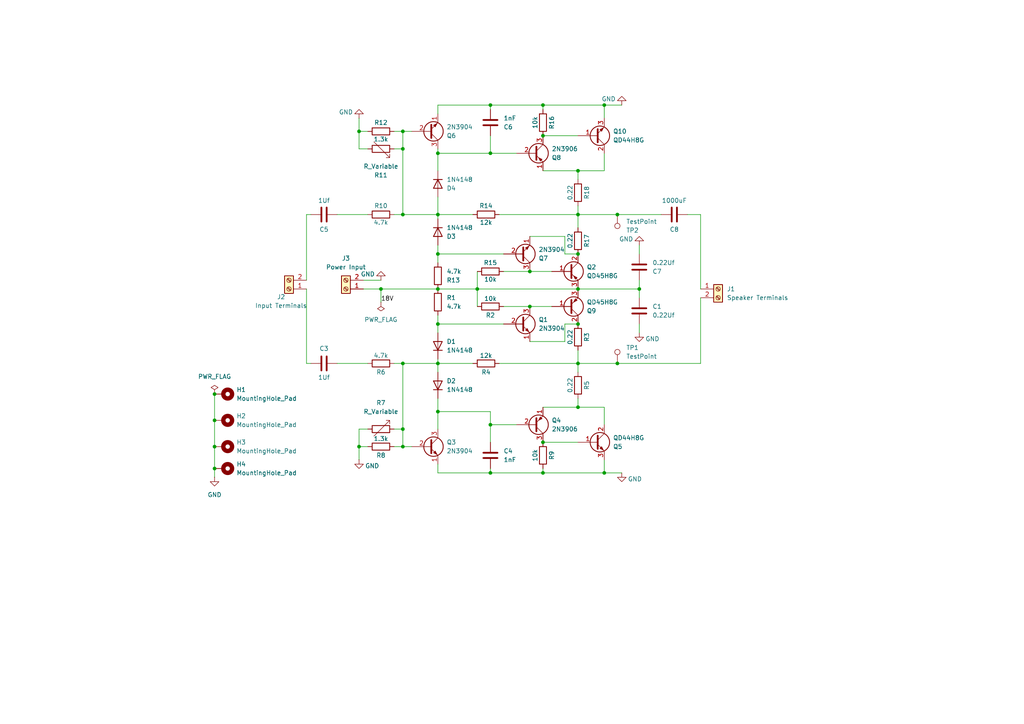
<source format=kicad_sch>
(kicad_sch (version 20231120) (generator "eeschema") (generator_version "8.0")
  (paper "A4")
  (lib_symbols
    (symbol "2N3904_1" (pin_names (offset 0) hide)
      (property "Reference" "Q10" (at 5.08 -1.2701 0))
      (property "Value" "QD44H8G" (at 5.08 1.2699 0))
      (symbol "2N3904_1_0_1"
        (polyline (pts (xy 0.635 0.635) (xy 2.54 2.54)))
        (polyline (pts (xy 0.635 -0.635) (xy 2.54 -2.54) (xy 2.54 -2.54)))
        (polyline (pts (xy 0.635 1.905) (xy 0.635 -1.905) (xy 0.635 -1.905)) (stroke (width 0.508)))
        (polyline (pts (xy 1.27 -1.778) (xy 1.778 -1.27) (xy 2.286 -2.286) (xy 1.27 -1.778) (xy 1.27 -1.778)) (fill (type outline)))
        (circle (center 1.27 0) (radius 2.8194) (stroke (width 0.254)))
      )
      (symbol "2N3904_1_1_1"
        (pin passive line (at -5.08 0 0) (length 5.715) (name "B") (number "1"))
        (pin passive line (at 2.54 5.08 270) (length 2.54) (name "C") (number "2"))
        (pin passive line (at 2.54 -5.08 90) (length 2.54) (name "E") (number "3"))
      )
    )
    (symbol "2N3906_1" (pin_names (offset 0) hide)
      (property "Reference" "Q2" (at 5.08 1.2701 0))
      (property "Value" "QD45H8G" (at 5.08 -1.2699 0))
      (symbol "2N3906_1_0_1"
        (polyline (pts (xy 0.635 0.635) (xy 2.54 2.54)))
        (polyline (pts (xy 0.635 -0.635) (xy 2.54 -2.54) (xy 2.54 -2.54)))
        (polyline (pts (xy 0.635 1.905) (xy 0.635 -1.905) (xy 0.635 -1.905)) (stroke (width 0.508)))
        (polyline (pts (xy 2.286 -1.778) (xy 1.778 -2.286) (xy 1.27 -1.27) (xy 2.286 -1.778) (xy 2.286 -1.778)) (fill (type outline)))
        (circle (center 1.27 0) (radius 2.8194) (stroke (width 0.254)))
      )
      (symbol "2N3906_1_1_1"
        (pin input line (at -5.08 0 0) (length 5.715) (name "B") (number "1"))
        (pin passive line (at 2.54 5.08 270) (length 2.54) (name "C") (number "2"))
        (pin passive line (at 2.54 -5.08 90) (length 2.54) (name "E") (number "3"))
      )
    )
    (symbol "Connector:Screw_Terminal_01x02" (pin_names (offset 1.016) hide)
      (property "Reference" "J" (at 0 2.54 0))
      (property "Value" "Screw_Terminal_01x02" (at 0 -5.08 0))
      (symbol "Screw_Terminal_01x02_1_1"
        (rectangle (start -1.27 1.27) (end 1.27 -3.81) (stroke (width 0.254)) (fill (type background)))
        (circle (center 0 -2.54) (radius 0.635) (stroke (width 0.1524)))
        (polyline (pts (xy -0.5334 -2.2098) (xy 0.3302 -3.048)) (stroke (width 0.1524)))
        (polyline (pts (xy -0.5334 0.3302) (xy 0.3302 -0.508)) (stroke (width 0.1524)))
        (polyline (pts (xy -0.3556 -2.032) (xy 0.508 -2.8702)) (stroke (width 0.1524)))
        (polyline (pts (xy -0.3556 0.508) (xy 0.508 -0.3302)) (stroke (width 0.1524)))
        (circle (center 0 0) (radius 0.635) (stroke (width 0.1524)))
        (pin passive line (at -5.08 0 0) (length 3.81) (name "Pin_1") (number "1"))
        (pin passive line (at -5.08 -2.54 0) (length 3.81) (name "Pin_2") (number "2"))
      )
    )
    (symbol "Connector:TestPoint" (pin_numbers hide) (pin_names (offset 0.762) hide)
      (property "Reference" "TP" (at 0 6.858 0))
      (property "Value" "TestPoint" (at 0 5.08 0))
      (symbol "TestPoint_0_1"
        (circle (center 0 3.302) (radius 0.762))
      )
      (symbol "TestPoint_1_1"
        (pin passive line (at 0 0 90) (length 2.54) (name "1") (number "1"))
      )
    )
    (symbol "Device:C" (pin_numbers hide) (pin_names (offset 0.254))
      (property "Reference" "C" (at 0.635 2.54 0))
      (property "Value" "C" (at 0.635 -2.54 0))
      (symbol "C_0_1"
        (polyline (pts (xy -2.032 -0.762) (xy 2.032 -0.762)) (stroke (width 0.508)))
        (polyline (pts (xy -2.032 0.762) (xy 2.032 0.762)) (stroke (width 0.508)))
      )
      (symbol "C_1_1"
        (pin passive line (at 0 3.81 270) (length 2.794) (name "~") (number "1"))
        (pin passive line (at 0 -3.81 90) (length 2.794) (name "~") (number "2"))
      )
    )
    (symbol "Device:R" (pin_numbers hide) (pin_names (offset 0))
      (property "Reference" "R" (at 2.032 0 90))
      (property "Value" "R" (at 0 0 90))
      (symbol "R_0_1"
        (rectangle (start -1.016 -2.54) (end 1.016 2.54) (stroke (width 0.254)))
      )
      (symbol "R_1_1"
        (pin passive line (at 0 3.81 270) (length 1.27) (name "~") (number "1"))
        (pin passive line (at 0 -3.81 90) (length 1.27) (name "~") (number "2"))
      )
    )
    (symbol "Device:R_Variable" (pin_numbers hide) (pin_names (offset 0))
      (property "Reference" "R" (at 2.54 -2.54 90))
      (property "Value" "R_Variable" (at -2.54 -1.27 90))
      (symbol "R_Variable_0_1"
        (rectangle (start -1.016 -2.54) (end 1.016 2.54) (stroke (width 0.254)))
        (polyline (pts (xy 2.54 1.524) (xy 2.54 2.54) (xy 1.524 2.54) (xy 2.54 2.54) (xy -2.032 -2.032)))
      )
      (symbol "R_Variable_1_1"
        (pin passive line (at 0 3.81 270) (length 1.27) (name "~") (number "1"))
        (pin passive line (at 0 -3.81 90) (length 1.27) (name "~") (number "2"))
      )
    )
    (symbol "Diode:1N4148" (pin_numbers hide) (pin_names hide)
      (property "Reference" "D" (at 0 2.54 0))
      (property "Value" "1N4148" (at 0 -2.54 0))
      (symbol "1N4148_0_1"
        (polyline (pts (xy -1.27 1.27) (xy -1.27 -1.27)) (stroke (width 0.254)))
        (polyline (pts (xy 1.27 0) (xy -1.27 0)))
        (polyline (pts (xy 1.27 1.27) (xy 1.27 -1.27) (xy -1.27 0) (xy 1.27 1.27)) (stroke (width 0.254)))
      )
      (symbol "1N4148_1_1"
        (pin passive line (at -3.81 0 0) (length 2.54) (name "K") (number "1"))
        (pin passive line (at 3.81 0 180) (length 2.54) (name "A") (number "2"))
      )
    )
    (symbol "Mechanical:MountingHole_Pad" (pin_numbers hide) (pin_names (offset 1.016) hide) (exclude_from_sim yes) (in_bom no)
      (property "Reference" "H" (at 0 6.35 0))
      (property "Value" "MountingHole_Pad" (at 0 4.445 0))
      (symbol "MountingHole_Pad_0_1"
        (circle (center 0 1.27) (radius 1.27) (stroke (width 1.27)))
      )
      (symbol "MountingHole_Pad_1_1"
        (pin input line (at 0 -2.54 90) (length 2.54) (name "1") (number "1"))
      )
    )
    (symbol "Transistor_BJT:2N3904" (pin_names (offset 0) hide)
      (property "Reference" "Q" (at 5.08 1.905 0))
      (property "Value" "2N3904" (at 5.08 0 0))
      (symbol "2N3904_0_1"
        (polyline (pts (xy 0.635 0.635) (xy 2.54 2.54)))
        (polyline (pts (xy 0.635 -0.635) (xy 2.54 -2.54) (xy 2.54 -2.54)))
        (polyline (pts (xy 0.635 1.905) (xy 0.635 -1.905) (xy 0.635 -1.905)) (stroke (width 0.508)))
        (polyline (pts (xy 1.27 -1.778) (xy 1.778 -1.27) (xy 2.286 -2.286) (xy 1.27 -1.778) (xy 1.27 -1.778)) (fill (type outline)))
        (circle (center 1.27 0) (radius 2.8194) (stroke (width 0.254)))
      )
      (symbol "2N3904_1_1"
        (pin passive line (at 2.54 -5.08 90) (length 2.54) (name "E") (number "1"))
        (pin passive line (at -5.08 0 0) (length 5.715) (name "B") (number "2"))
        (pin passive line (at 2.54 5.08 270) (length 2.54) (name "C") (number "3"))
      )
    )
    (symbol "Transistor_BJT:2N3906" (pin_names (offset 0) hide)
      (property "Reference" "Q" (at 5.08 1.905 0))
      (property "Value" "2N3906" (at 5.08 0 0))
      (symbol "2N3906_0_1"
        (polyline (pts (xy 0.635 0.635) (xy 2.54 2.54)))
        (polyline (pts (xy 0.635 -0.635) (xy 2.54 -2.54) (xy 2.54 -2.54)))
        (polyline (pts (xy 0.635 1.905) (xy 0.635 -1.905) (xy 0.635 -1.905)) (stroke (width 0.508)))
        (polyline (pts (xy 2.286 -1.778) (xy 1.778 -2.286) (xy 1.27 -1.27) (xy 2.286 -1.778) (xy 2.286 -1.778)) (fill (type outline)))
        (circle (center 1.27 0) (radius 2.8194) (stroke (width 0.254)))
      )
      (symbol "2N3906_1_1"
        (pin passive line (at 2.54 -5.08 90) (length 2.54) (name "E") (number "1"))
        (pin input line (at -5.08 0 0) (length 5.715) (name "B") (number "2"))
        (pin passive line (at 2.54 5.08 270) (length 2.54) (name "C") (number "3"))
      )
    )
    (symbol "power:GND" (power) (pin_numbers hide) (pin_names (offset 0) hide)
      (property "Value" "GND" (at 0 -3.81 0))
      (symbol "GND_0_1"
        (polyline (pts (xy 0 0) (xy 0 -1.27) (xy 1.27 -1.27) (xy 0 -2.54) (xy -1.27 -1.27) (xy 0 -1.27)))
      )
      (symbol "GND_1_1"
        (pin power_in line (at 0 0 270) (length 0) (name "~") (number "1"))
      )
    )
    (symbol "power:PWR_FLAG" (power) (pin_numbers hide) (pin_names (offset 0) hide)
      (property "Value" "PWR_FLAG" (at 0 3.81 0))
      (symbol "PWR_FLAG_0_0"
        (pin power_out line (at 0 0 90) (length 0) (name "~") (number "1"))
      )
      (symbol "PWR_FLAG_0_1"
        (polyline (pts (xy 0 0) (xy 0 1.27) (xy -1.016 1.905) (xy 0 2.54) (xy 1.016 1.905) (xy 0 1.27)))
      )
    )
  )
  (junction (at 116.84 62.23))
  (junction (at 116.84 43.18))
  (junction (at 142.24 137.16))
  (junction (at 179.07 62.23))
  (junction (at 127 119.38))
  (junction (at 116.84 38.1))
  (junction (at 62.23 129.54))
  (junction (at 116.84 129.54))
  (junction (at 153.67 78.74))
  (junction (at 142.24 123.19))
  (junction (at 127 105.41))
  (junction (at 62.23 135.89))
  (junction (at 167.64 73.66))
  (junction (at 104.14 38.1))
  (junction (at 157.48 30.48))
  (junction (at 153.67 88.9))
  (junction (at 127 73.66))
  (junction (at 157.48 39.37))
  (junction (at 127 83.82))
  (junction (at 167.64 49.53))
  (junction (at 127 62.23))
  (junction (at 157.48 137.16))
  (junction (at 62.23 114.3))
  (junction (at 127 93.98))
  (junction (at 167.64 83.82))
  (junction (at 167.64 62.23))
  (junction (at 104.14 129.54))
  (junction (at 142.24 44.45))
  (junction (at 157.48 128.27))
  (junction (at 179.07 105.41))
  (junction (at 62.23 121.92))
  (junction (at 116.84 124.46))
  (junction (at 167.64 93.98))
  (junction (at 175.26 30.48))
  (junction (at 167.64 105.41))
  (junction (at 138.43 83.82))
  (junction (at 185.42 83.82))
  (junction (at 127 44.45))
  (junction (at 142.24 30.48))
  (junction (at 110.49 83.82))
  (junction (at 175.26 137.16))
  (junction (at 116.84 105.41))
  (junction (at 167.64 118.11))
  (wire (pts (xy 104.14 38.1) (xy 104.14 34.29)))
  (wire (pts (xy 116.84 38.1) (xy 116.84 43.18)))
  (wire (pts (xy 116.84 62.23) (xy 116.84 43.18)))
  (wire (pts (xy 106.68 38.1) (xy 104.14 38.1)))
  (wire (pts (xy 175.26 133.35) (xy 175.26 137.16)))
  (wire (pts (xy 127 83.82) (xy 138.43 83.82)))
  (wire (pts (xy 146.05 88.9) (xy 153.67 88.9)))
  (wire (pts (xy 167.64 93.98) (xy 163.83 93.98)))
  (wire (pts (xy 144.78 62.23) (xy 167.64 62.23)))
  (wire (pts (xy 105.41 83.82) (xy 110.49 83.82)))
  (wire (pts (xy 142.24 135.89) (xy 142.24 137.16)))
  (wire (pts (xy 167.64 62.23) (xy 179.07 62.23)))
  (wire (pts (xy 167.64 118.11) (xy 175.26 118.11)))
  (wire (pts (xy 167.64 83.82) (xy 185.42 83.82)))
  (wire (pts (xy 142.24 123.19) (xy 142.24 128.27)))
  (wire (pts (xy 116.84 129.54) (xy 116.84 124.46)))
  (wire (pts (xy 114.3 129.54) (xy 116.84 129.54)))
  (wire (pts (xy 110.49 83.82) (xy 127 83.82)))
  (wire (pts (xy 114.3 62.23) (xy 116.84 62.23)))
  (wire (pts (xy 167.64 62.23) (xy 167.64 59.69)))
  (wire (pts (xy 146.05 78.74) (xy 153.67 78.74)))
  (wire (pts (xy 114.3 43.18) (xy 116.84 43.18)))
  (wire (pts (xy 127 76.2) (xy 127 73.66)))
  (wire (pts (xy 127 73.66) (xy 127 71.12)))
  (wire (pts (xy 106.68 43.18) (xy 104.14 43.18)))
  (wire (pts (xy 175.26 118.11) (xy 175.26 123.19)))
  (wire (pts (xy 127 49.53) (xy 127 44.45)))
  (wire (pts (xy 127 105.41) (xy 127 107.95)))
  (wire (pts (xy 142.24 44.45) (xy 149.86 44.45)))
  (wire (pts (xy 104.14 43.18) (xy 104.14 38.1)))
  (wire (pts (xy 127 105.41) (xy 127 104.14)))
  (wire (pts (xy 163.83 93.98) (xy 163.83 99.06)))
  (wire (pts (xy 153.67 68.58) (xy 163.83 68.58)))
  (wire (pts (xy 127 44.45) (xy 142.24 44.45)))
  (wire (pts (xy 104.14 124.46) (xy 104.14 129.54)))
  (wire (pts (xy 127 44.45) (xy 127 43.18)))
  (wire (pts (xy 138.43 83.82) (xy 138.43 88.9)))
  (wire (pts (xy 142.24 30.48) (xy 157.48 30.48)))
  (wire (pts (xy 167.64 73.66) (xy 163.83 73.66)))
  (wire (pts (xy 116.84 129.54) (xy 119.38 129.54)))
  (wire (pts (xy 106.68 124.46) (xy 104.14 124.46)))
  (wire (pts (xy 137.16 105.41) (xy 127 105.41)))
  (wire (pts (xy 142.24 137.16) (xy 157.48 137.16)))
  (wire (pts (xy 127 119.38) (xy 127 124.46)))
  (wire (pts (xy 114.3 38.1) (xy 116.84 38.1)))
  (wire (pts (xy 137.16 62.23) (xy 127 62.23)))
  (wire (pts (xy 203.2 86.36) (xy 203.2 105.41)))
  (wire (pts (xy 167.64 52.07) (xy 167.64 49.53)))
  (wire (pts (xy 88.9 105.41) (xy 90.17 105.41)))
  (wire (pts (xy 106.68 129.54) (xy 104.14 129.54)))
  (wire (pts (xy 127 91.44) (xy 127 93.98)))
  (wire (pts (xy 179.07 62.23) (xy 191.77 62.23)))
  (wire (pts (xy 157.48 30.48) (xy 175.26 30.48)))
  (wire (pts (xy 114.3 124.46) (xy 116.84 124.46)))
  (wire (pts (xy 62.23 129.54) (xy 62.23 135.89)))
  (wire (pts (xy 199.39 62.23) (xy 203.2 62.23)))
  (wire (pts (xy 116.84 38.1) (xy 119.38 38.1)))
  (wire (pts (xy 167.64 105.41) (xy 179.07 105.41)))
  (wire (pts (xy 175.26 137.16) (xy 180.34 137.16)))
  (wire (pts (xy 153.67 88.9) (xy 160.02 88.9)))
  (wire (pts (xy 62.23 135.89) (xy 62.23 138.43)))
  (wire (pts (xy 153.67 78.74) (xy 160.02 78.74)))
  (wire (pts (xy 127 93.98) (xy 127 96.52)))
  (wire (pts (xy 157.48 118.11) (xy 167.64 118.11)))
  (wire (pts (xy 97.79 62.23) (xy 106.68 62.23)))
  (wire (pts (xy 114.3 105.41) (xy 116.84 105.41)))
  (wire (pts (xy 127 33.02) (xy 127 30.48)))
  (wire (pts (xy 175.26 34.29) (xy 175.26 30.48)))
  (wire (pts (xy 97.79 105.41) (xy 106.68 105.41)))
  (wire (pts (xy 157.48 135.89) (xy 157.48 137.16)))
  (wire (pts (xy 104.14 129.54) (xy 104.14 133.35)))
  (wire (pts (xy 203.2 62.23) (xy 203.2 83.82)))
  (wire (pts (xy 127 62.23) (xy 127 63.5)))
  (wire (pts (xy 127 62.23) (xy 127 57.15)))
  (wire (pts (xy 88.9 62.23) (xy 88.9 81.28)))
  (wire (pts (xy 138.43 83.82) (xy 167.64 83.82)))
  (wire (pts (xy 175.26 49.53) (xy 175.26 44.45)))
  (wire (pts (xy 185.42 83.82) (xy 185.42 81.28)))
  (wire (pts (xy 142.24 44.45) (xy 142.24 39.37)))
  (wire (pts (xy 167.64 115.57) (xy 167.64 118.11)))
  (wire (pts (xy 185.42 93.98) (xy 185.42 96.52)))
  (wire (pts (xy 167.64 49.53) (xy 175.26 49.53)))
  (wire (pts (xy 157.48 128.27) (xy 167.64 128.27)))
  (wire (pts (xy 185.42 83.82) (xy 185.42 86.36)))
  (wire (pts (xy 185.42 71.12) (xy 185.42 73.66)))
  (wire (pts (xy 116.84 62.23) (xy 127 62.23)))
  (wire (pts (xy 127 93.98) (xy 146.05 93.98)))
  (wire (pts (xy 116.84 105.41) (xy 116.84 124.46)))
  (wire (pts (xy 62.23 114.3) (xy 62.23 121.92)))
  (wire (pts (xy 179.07 105.41) (xy 203.2 105.41)))
  (wire (pts (xy 175.26 30.48) (xy 180.34 30.48)))
  (wire (pts (xy 127 119.38) (xy 142.24 119.38)))
  (wire (pts (xy 167.64 105.41) (xy 167.64 107.95)))
  (wire (pts (xy 127 115.57) (xy 127 119.38)))
  (wire (pts (xy 127 73.66) (xy 146.05 73.66)))
  (wire (pts (xy 142.24 119.38) (xy 142.24 123.19)))
  (wire (pts (xy 127 134.62) (xy 127 137.16)))
  (wire (pts (xy 142.24 31.75) (xy 142.24 30.48)))
  (wire (pts (xy 127 137.16) (xy 142.24 137.16)))
  (wire (pts (xy 127 30.48) (xy 142.24 30.48)))
  (wire (pts (xy 157.48 137.16) (xy 175.26 137.16)))
  (wire (pts (xy 157.48 49.53) (xy 167.64 49.53)))
  (wire (pts (xy 153.67 99.06) (xy 163.83 99.06)))
  (wire (pts (xy 110.49 83.82) (xy 110.49 87.63)))
  (wire (pts (xy 88.9 83.82) (xy 88.9 105.41)))
  (wire (pts (xy 167.64 105.41) (xy 167.64 101.6)))
  (wire (pts (xy 105.41 81.28) (xy 110.49 81.28)))
  (wire (pts (xy 157.48 31.75) (xy 157.48 30.48)))
  (wire (pts (xy 144.78 105.41) (xy 167.64 105.41)))
  (wire (pts (xy 138.43 83.82) (xy 138.43 78.74)))
  (wire (pts (xy 88.9 62.23) (xy 90.17 62.23)))
  (wire (pts (xy 116.84 105.41) (xy 127 105.41)))
  (wire (pts (xy 62.23 121.92) (xy 62.23 129.54)))
  (wire (pts (xy 167.64 62.23) (xy 167.64 66.04)))
  (wire (pts (xy 142.24 123.19) (xy 149.86 123.19)))
  (wire (pts (xy 163.83 73.66) (xy 163.83 68.58)))
  (wire (pts (xy 157.48 39.37) (xy 167.64 39.37)))
  (label "18V" (at 110.49 87.63 0))
  (symbol (lib_name "2N3904_1") (lib_id "Transistor_BJT:2N3904") (at 172.72 128.27 0) (unit 1)
    (property "Reference" "Q5" (at 177.8 129.5401 0) (effects (justify left)))
    (property "Value" "QD44H8G" (at 177.8 127.0001 0) (effects (justify left)))
    (property "Footprint" "Package_TO_SOT_THT:TO-220-3_Vertical" (effects (hide yes)))
    (property "Datasheet" "https://www.onsemi.com/pub/Collateral/2N3903-D.PDF" (effects (hide yes)))
    (property "Description" "0.2A Ic, 40V Vce, Small Signal NPN Transistor, TO-92" (effects (hide yes)))
  )
  (symbol (lib_id "Device:C") (at 185.42 77.47 0) (mirror x) (unit 1)
    (property "Reference" "C7" (at 189.23 78.7401 0) (effects (justify left)))
    (property "Value" "0.22Uf" (at 189.23 76.2001 0) (effects (justify left)))
    (property "Footprint" "Capacitor_THT:CP_Radial_D4.0mm_P1.50mm" (effects (hide yes)))
    (property "Description" "Unpolarized capacitor" (effects (hide yes)))
  )
  (symbol (lib_id "Device:R") (at 167.64 55.88 0) (mirror x) (unit 1)
    (property "Reference" "R18" (at 170.18 55.88 90))
    (property "Value" "0.22" (at 165.354 55.88 90))
    (property "Footprint" "Resistor_THT:R_Axial_DIN0204_L3.6mm_D1.6mm_P5.08mm_Horizontal" (effects (hide yes)))
    (property "Description" "Resistor" (effects (hide yes)))
  )
  (symbol (lib_id "Device:R") (at 140.97 62.23 270) (mirror x) (unit 1)
    (property "Reference" "R14" (at 140.97 59.69 90))
    (property "Value" "12k" (at 140.97 64.516 90))
    (property "Footprint" "Resistor_THT:R_Axial_DIN0204_L3.6mm_D1.6mm_P5.08mm_Horizontal" (effects (hide yes)))
    (property "Description" "Resistor" (effects (hide yes)))
  )
  (symbol (lib_id "power:GND") (at 180.34 30.48 180) (unit 1)
    (property "Reference" "#PWR05" (effects (hide yes)))
    (property "Value" "GND" (at 176.53 28.702 0))
    (property "Description" "Power symbol creates a global label with name \"GND\" , ground" (effects (hide yes)))
  )
  (symbol (lib_id "Device:R") (at 142.24 88.9 270) (unit 1)
    (property "Reference" "R2" (at 142.24 91.44 90))
    (property "Value" "10k" (at 142.24 86.614 90))
    (property "Footprint" "Resistor_THT:R_Axial_DIN0204_L3.6mm_D1.6mm_P5.08mm_Horizontal" (effects (hide yes)))
    (property "Description" "Resistor" (effects (hide yes)))
  )
  (symbol (lib_id "Device:R") (at 110.49 105.41 270) (unit 1)
    (property "Reference" "R6" (at 110.49 107.95 90))
    (property "Value" "4.7k" (at 110.49 103.124 90))
    (property "Footprint" "Resistor_THT:R_Axial_DIN0204_L3.6mm_D1.6mm_P5.08mm_Horizontal" (effects (hide yes)))
    (property "Description" "Resistor" (effects (hide yes)))
  )
  (symbol (lib_id "power:GND") (at 185.42 71.12 180) (unit 1)
    (property "Reference" "#PWR06" (effects (hide yes)))
    (property "Value" "GND" (at 181.61 69.342 0))
    (property "Description" "Power symbol creates a global label with name \"GND\" , ground" (effects (hide yes)))
  )
  (symbol (lib_id "Device:C") (at 195.58 62.23 90) (mirror x) (unit 1)
    (property "Reference" "C8" (at 195.58 66.548 90))
    (property "Value" "1000uF" (at 195.58 58.166 90))
    (property "Footprint" "Capacitor_THT:CP_Radial_D12.5mm_P7.50mm" (effects (hide yes)))
    (property "Description" "Unpolarized capacitor" (effects (hide yes)))
  )
  (symbol (lib_id "Device:R") (at 167.64 111.76 0) (unit 1)
    (property "Reference" "R5" (at 170.18 111.76 90))
    (property "Value" "0.22" (at 165.354 111.76 90))
    (property "Footprint" "Resistor_THT:R_Axial_DIN0204_L3.6mm_D1.6mm_P5.08mm_Horizontal" (effects (hide yes)))
    (property "Description" "Resistor" (effects (hide yes)))
  )
  (symbol (lib_id "Device:C") (at 93.98 105.41 90) (unit 1)
    (property "Reference" "C3" (at 93.98 101.092 90))
    (property "Value" "1Uf" (at 93.98 109.474 90))
    (property "Footprint" "Capacitor_THT:CP_Radial_D4.0mm_P1.50mm" (effects (hide yes)))
    (property "Description" "Unpolarized capacitor" (effects (hide yes)))
  )
  (symbol (lib_id "Connector:TestPoint") (at 179.07 62.23 0) (mirror x) (unit 1)
    (property "Reference" "TP2" (at 181.61 66.8021 0) (effects (justify left)))
    (property "Value" "TestPoint" (at 181.61 64.2621 0) (effects (justify left)))
    (property "Footprint" "TestPoint:TestPoint_Loop_D2.50mm_Drill1.0mm" (effects (hide yes)))
    (property "Description" "test point" (effects (hide yes)))
  )
  (symbol (lib_name "2N3906_1") (lib_id "Transistor_BJT:2N3906") (at 165.1 88.9 0) (mirror x) (unit 1)
    (property "Reference" "Q9" (at 170.18 90.1701 0) (effects (justify left)))
    (property "Value" "QD45H8G" (at 170.18 87.6301 0) (effects (justify left)))
    (property "Footprint" "Package_TO_SOT_THT:TO-220-3_Vertical" (effects (hide yes)))
    (property "Datasheet" "https://www.onsemi.com/pub/Collateral/2N3906-D.PDF" (effects (hide yes)))
    (property "Description" "-0.2A Ic, -40V Vce, Small Signal PNP Transistor, TO-92" (effects (hide yes)))
  )
  (symbol (lib_id "Connector:TestPoint") (at 179.07 105.41 0) (unit 1)
    (property "Reference" "TP1" (at 181.61 100.8379 0) (effects (justify left)))
    (property "Value" "TestPoint" (at 181.61 103.3779 0) (effects (justify left)))
    (property "Footprint" "TestPoint:TestPoint_Loop_D2.50mm_Drill1.0mm" (effects (hide yes)))
    (property "Description" "test point" (effects (hide yes)))
  )
  (symbol (lib_id "Diode:1N4148") (at 127 53.34 90) (mirror x) (unit 1)
    (property "Reference" "D4" (at 129.54 54.6101 90) (effects (justify right)))
    (property "Value" "1N4148" (at 129.54 52.0701 90) (effects (justify right)))
    (property "Footprint" "Diode_THT:D_DO-35_SOD27_P7.62mm_Horizontal" (effects (hide yes)))
    (property "Datasheet" "https://assets.nexperia.com/documents/data-sheet/1N4148_1N4448.pdf" (effects (hide yes)))
    (property "Description" "100V 0.15A standard switching diode, DO-35" (effects (hide yes)))
    (property "Sim.Device" "D" (effects (hide yes)))
    (property "Sim.Pins" "1=K 2=A" (effects (hide yes)))
  )
  (symbol (lib_id "Device:R_Variable") (at 110.49 124.46 270) (mirror x) (unit 1)
    (property "Reference" "R7" (at 110.49 116.84 90))
    (property "Value" "R_Variable" (at 110.49 119.38 90))
    (property "Footprint" "Potentiometer_THT:Potentiometer_ACP_CA9-V10_Vertical" (effects (hide yes)))
    (property "Description" "Variable resistor" (effects (hide yes)))
  )
  (symbol (lib_id "Device:R") (at 127 80.01 0) (mirror x) (unit 1)
    (property "Reference" "R13" (at 129.54 81.2801 0) (effects (justify left)))
    (property "Value" "4.7k" (at 129.54 78.7401 0) (effects (justify left)))
    (property "Footprint" "Resistor_THT:R_Axial_DIN0204_L3.6mm_D1.6mm_P5.08mm_Horizontal" (effects (hide yes)))
    (property "Description" "Resistor" (effects (hide yes)))
  )
  (symbol (lib_id "Device:R") (at 110.49 62.23 270) (mirror x) (unit 1)
    (property "Reference" "R10" (at 110.49 59.69 90))
    (property "Value" "4.7k" (at 110.49 64.516 90))
    (property "Footprint" "Resistor_THT:R_Axial_DIN0204_L3.6mm_D1.6mm_P5.08mm_Horizontal" (effects (hide yes)))
    (property "Description" "Resistor" (effects (hide yes)))
  )
  (symbol (lib_id "Device:C") (at 185.42 90.17 0) (unit 1)
    (property "Reference" "C1" (at 189.23 88.8999 0) (effects (justify left)))
    (property "Value" "0.22Uf" (at 189.23 91.4399 0) (effects (justify left)))
    (property "Footprint" "Capacitor_THT:CP_Radial_D4.0mm_P1.50mm" (effects (hide yes)))
    (property "Description" "Unpolarized capacitor" (effects (hide yes)))
  )
  (symbol (lib_id "Device:R") (at 157.48 35.56 0) (mirror x) (unit 1)
    (property "Reference" "R16" (at 160.02 35.56 90))
    (property "Value" "10k" (at 155.194 35.56 90))
    (property "Footprint" "Resistor_THT:R_Axial_DIN0204_L3.6mm_D1.6mm_P5.08mm_Horizontal" (effects (hide yes)))
    (property "Description" "Resistor" (effects (hide yes)))
  )
  (symbol (lib_name "2N3904_1") (lib_id "Transistor_BJT:2N3904") (at 172.72 39.37 0) (mirror x) (unit 1)
    (property "Reference" "Q10" (at 177.8 38.0999 0) (effects (justify left)))
    (property "Value" "QD44H8G" (at 177.8 40.6399 0) (effects (justify left)))
    (property "Footprint" "Package_TO_SOT_THT:TO-220-3_Vertical" (effects (hide yes)))
    (property "Datasheet" "https://www.onsemi.com/pub/Collateral/2N3903-D.PDF" (effects (hide yes)))
    (property "Description" "0.2A Ic, 40V Vce, Small Signal NPN Transistor, TO-92" (effects (hide yes)))
  )
  (symbol (lib_id "power:GND") (at 110.49 81.28 180) (unit 1)
    (property "Reference" "#PWR07" (effects (hide yes)))
    (property "Value" "GND" (at 106.68 79.502 0))
    (property "Description" "Power symbol creates a global label with name \"GND\" , ground" (effects (hide yes)))
  )
  (symbol (lib_id "Connector:Screw_Terminal_01x02") (at 83.82 83.82 180) (unit 1)
    (property "Reference" "J2" (at 81.534 86.106 0))
    (property "Value" "Input Terminals" (at 81.534 88.646 0))
    (property "Footprint" "Connector_Wire:SolderWire-2.5sqmm_1x02_P7.2mm_D2.4mm_OD3.6mm" (effects (hide yes)))
    (property "Description" "Generic screw terminal, single row, 01x02, script generated (kicad-library-utils/schlib/autogen/connector/)" (effects (hide yes)))
  )
  (symbol (lib_id "Device:R") (at 140.97 105.41 270) (unit 1)
    (property "Reference" "R4" (at 140.97 107.95 90))
    (property "Value" "12k" (at 140.97 103.124 90))
    (property "Footprint" "Resistor_THT:R_Axial_DIN0204_L3.6mm_D1.6mm_P5.08mm_Horizontal" (effects (hide yes)))
    (property "Description" "Resistor" (effects (hide yes)))
  )
  (symbol (lib_id "Connector:Screw_Terminal_01x02") (at 100.33 83.82 180) (unit 1)
    (property "Reference" "J3" (at 100.33 74.93 0))
    (property "Value" "Power Input" (at 100.33 77.47 0))
    (property "Footprint" "Connector_Wire:SolderWire-2.5sqmm_1x02_P7.2mm_D2.4mm_OD3.6mm" (effects (hide yes)))
    (property "Description" "Generic screw terminal, single row, 01x02, script generated (kicad-library-utils/schlib/autogen/connector/)" (effects (hide yes)))
  )
  (symbol (lib_id "power:GND") (at 185.42 96.52 0) (unit 1)
    (property "Reference" "#PWR01" (effects (hide yes)))
    (property "Value" "GND" (at 189.23 98.298 0))
    (property "Description" "Power symbol creates a global label with name \"GND\" , ground" (effects (hide yes)))
  )
  (symbol (lib_id "Mechanical:MountingHole_Pad") (at 64.77 114.3 270) (unit 1) (exclude_from_sim yes) (in_bom no)
    (property "Reference" "H1" (at 68.58 113.0299 90) (effects (justify left)))
    (property "Value" "MountingHole_Pad" (at 68.58 115.5699 90) (effects (justify left)))
    (property "Footprint" "MountingHole:MountingHole_2.7mm_M2.5_DIN965_Pad" (effects (hide yes)))
    (property "Description" "Mounting Hole with connection" (effects (hide yes)))
  )
  (symbol (lib_id "Mechanical:MountingHole_Pad") (at 64.77 121.92 270) (unit 1) (exclude_from_sim yes) (in_bom no)
    (property "Reference" "H2" (at 68.58 120.6499 90) (effects (justify left)))
    (property "Value" "MountingHole_Pad" (at 68.58 123.1899 90) (effects (justify left)))
    (property "Footprint" "MountingHole:MountingHole_2.7mm_M2.5_DIN965_Pad" (effects (hide yes)))
    (property "Description" "Mounting Hole with connection" (effects (hide yes)))
  )
  (symbol (lib_id "Device:R_Variable") (at 110.49 43.18 270) (unit 1)
    (property "Reference" "R11" (at 110.49 50.8 90))
    (property "Value" "R_Variable" (at 110.49 48.26 90))
    (property "Footprint" "Potentiometer_THT:Potentiometer_ACP_CA9-V10_Vertical" (effects (hide yes)))
    (property "Description" "Variable resistor" (effects (hide yes)))
  )
  (symbol (lib_id "Device:R") (at 167.64 69.85 0) (mirror x) (unit 1)
    (property "Reference" "R17" (at 170.18 69.85 90))
    (property "Value" "0.22" (at 165.354 69.85 90))
    (property "Footprint" "Resistor_THT:R_Axial_DIN0204_L3.6mm_D1.6mm_P5.08mm_Horizontal" (effects (hide yes)))
    (property "Description" "Resistor" (effects (hide yes)))
  )
  (symbol (lib_id "Mechanical:MountingHole_Pad") (at 64.77 135.89 270) (unit 1) (exclude_from_sim yes) (in_bom no)
    (property "Reference" "H4" (at 68.58 134.6199 90) (effects (justify left)))
    (property "Value" "MountingHole_Pad" (at 68.58 137.1599 90) (effects (justify left)))
    (property "Footprint" "MountingHole:MountingHole_2.7mm_M2.5_DIN965_Pad" (effects (hide yes)))
    (property "Description" "Mounting Hole with connection" (effects (hide yes)))
  )
  (symbol (lib_id "power:GND") (at 62.23 138.43 0) (unit 1)
    (property "Reference" "#PWR09" (effects (hide yes)))
    (property "Value" "GND" (at 62.23 143.51 0))
    (property "Description" "Power symbol creates a global label with name \"GND\" , ground" (effects (hide yes)))
  )
  (symbol (lib_id "Device:C") (at 142.24 132.08 0) (unit 1)
    (property "Reference" "C4" (at 146.05 130.8099 0) (effects (justify left)))
    (property "Value" "1nF" (at 146.05 133.3499 0) (effects (justify left)))
    (property "Footprint" "Capacitor_THT:CP_Radial_D4.0mm_P1.50mm" (effects (hide yes)))
    (property "Description" "Unpolarized capacitor" (effects (hide yes)))
  )
  (symbol (lib_id "power:GND") (at 104.14 133.35 0) (unit 1)
    (property "Reference" "#PWR02" (effects (hide yes)))
    (property "Value" "GND" (at 107.95 135.128 0))
    (property "Description" "Power symbol creates a global label with name \"GND\" , ground" (effects (hide yes)))
  )
  (symbol (lib_id "power:PWR_FLAG") (at 110.49 87.63 180) (unit 1)
    (property "Reference" "#FLG01" (effects (hide yes)))
    (property "Value" "PWR_FLAG" (at 110.49 92.71 0))
    (property "Description" "Special symbol for telling ERC where power comes from" (effects (hide yes)))
  )
  (symbol (lib_id "Diode:1N4148") (at 127 67.31 90) (mirror x) (unit 1)
    (property "Reference" "D3" (at 129.54 68.5801 90) (effects (justify right)))
    (property "Value" "1N4148" (at 129.54 66.0401 90) (effects (justify right)))
    (property "Footprint" "Diode_THT:D_DO-35_SOD27_P7.62mm_Horizontal" (effects (hide yes)))
    (property "Datasheet" "https://assets.nexperia.com/documents/data-sheet/1N4148_1N4448.pdf" (effects (hide yes)))
    (property "Description" "100V 0.15A standard switching diode, DO-35" (effects (hide yes)))
    (property "Sim.Device" "D" (effects (hide yes)))
    (property "Sim.Pins" "1=K 2=A" (effects (hide yes)))
  )
  (symbol (lib_id "Transistor_BJT:2N3904") (at 124.46 129.54 0) (unit 1)
    (property "Reference" "Q3" (at 129.54 128.2699 0) (effects (justify left)))
    (property "Value" "2N3904" (at 129.54 130.8099 0) (effects (justify left)))
    (property "Footprint" "Package_TO_SOT_THT:TO-92_Inline" (effects (hide yes)))
    (property "Datasheet" "https://www.onsemi.com/pub/Collateral/2N3903-D.PDF" (effects (hide yes)))
    (property "Description" "0.2A Ic, 40V Vce, Small Signal NPN Transistor, TO-92" (effects (hide yes)))
  )
  (symbol (lib_id "Device:R") (at 110.49 38.1 270) (mirror x) (unit 1)
    (property "Reference" "R12" (at 110.49 35.56 90))
    (property "Value" "1.3k" (at 110.49 40.386 90))
    (property "Footprint" "Resistor_THT:R_Axial_DIN0204_L3.6mm_D1.6mm_P5.08mm_Horizontal" (effects (hide yes)))
    (property "Description" "Resistor" (effects (hide yes)))
  )
  (symbol (lib_id "Mechanical:MountingHole_Pad") (at 64.77 129.54 270) (unit 1) (exclude_from_sim yes) (in_bom no)
    (property "Reference" "H3" (at 68.58 128.2699 90) (effects (justify left)))
    (property "Value" "MountingHole_Pad" (at 68.58 130.8099 90) (effects (justify left)))
    (property "Footprint" "MountingHole:MountingHole_2.7mm_M2.5_DIN965_Pad" (effects (hide yes)))
    (property "Description" "Mounting Hole with connection" (effects (hide yes)))
  )
  (symbol (lib_id "Transistor_BJT:2N3904") (at 151.13 93.98 0) (unit 1)
    (property "Reference" "Q1" (at 156.21 92.7099 0) (effects (justify left)))
    (property "Value" "2N3904" (at 156.21 95.2499 0) (effects (justify left)))
    (property "Footprint" "Package_TO_SOT_THT:TO-92_Inline" (effects (hide yes)))
    (property "Datasheet" "https://www.onsemi.com/pub/Collateral/2N3903-D.PDF" (effects (hide yes)))
    (property "Description" "0.2A Ic, 40V Vce, Small Signal NPN Transistor, TO-92" (effects (hide yes)))
  )
  (symbol (lib_id "Device:C") (at 142.24 35.56 0) (mirror x) (unit 1)
    (property "Reference" "C6" (at 146.05 36.8301 0) (effects (justify left)))
    (property "Value" "1nF" (at 146.05 34.2901 0) (effects (justify left)))
    (property "Footprint" "Capacitor_THT:CP_Radial_D4.0mm_P1.50mm" (effects (hide yes)))
    (property "Description" "Unpolarized capacitor" (effects (hide yes)))
  )
  (symbol (lib_id "power:PWR_FLAG") (at 62.23 114.3 0) (unit 1)
    (property "Reference" "#FLG02" (effects (hide yes)))
    (property "Value" "PWR_FLAG" (at 62.23 109.22 0))
    (property "Description" "Special symbol for telling ERC where power comes from" (effects (hide yes)))
  )
  (symbol (lib_id "Device:R") (at 110.49 129.54 270) (unit 1)
    (property "Reference" "R8" (at 110.49 132.08 90))
    (property "Value" "1.3k" (at 110.49 127.254 90))
    (property "Footprint" "Resistor_THT:R_Axial_DIN0204_L3.6mm_D1.6mm_P5.08mm_Horizontal" (effects (hide yes)))
    (property "Description" "Resistor" (effects (hide yes)))
  )
  (symbol (lib_id "Transistor_BJT:2N3906") (at 154.94 123.19 0) (mirror x) (unit 1)
    (property "Reference" "Q4" (at 160.02 121.9199 0) (effects (justify left)))
    (property "Value" "2N3906" (at 160.02 124.4599 0) (effects (justify left)))
    (property "Footprint" "Package_TO_SOT_THT:TO-92_Inline" (effects (hide yes)))
    (property "Datasheet" "https://www.onsemi.com/pub/Collateral/2N3906-D.PDF" (effects (hide yes)))
    (property "Description" "-0.2A Ic, -40V Vce, Small Signal PNP Transistor, TO-92" (effects (hide yes)))
  )
  (symbol (lib_id "Device:C") (at 93.98 62.23 90) (mirror x) (unit 1)
    (property "Reference" "C5" (at 93.98 66.548 90))
    (property "Value" "1Uf" (at 93.98 58.166 90))
    (property "Footprint" "Capacitor_THT:CP_Radial_D4.0mm_P1.50mm" (effects (hide yes)))
    (property "Description" "Unpolarized capacitor" (effects (hide yes)))
  )
  (symbol (lib_id "Device:R") (at 157.48 132.08 0) (unit 1)
    (property "Reference" "R9" (at 160.02 132.08 90))
    (property "Value" "10k" (at 155.194 132.08 90))
    (property "Footprint" "Resistor_THT:R_Axial_DIN0204_L3.6mm_D1.6mm_P5.08mm_Horizontal" (effects (hide yes)))
    (property "Description" "Resistor" (effects (hide yes)))
  )
  (symbol (lib_id "Transistor_BJT:2N3906") (at 154.94 44.45 0) (unit 1)
    (property "Reference" "Q8" (at 160.02 45.7201 0) (effects (justify left)))
    (property "Value" "2N3906" (at 160.02 43.1801 0) (effects (justify left)))
    (property "Footprint" "Package_TO_SOT_THT:TO-92_Inline" (effects (hide yes)))
    (property "Datasheet" "https://www.onsemi.com/pub/Collateral/2N3906-D.PDF" (effects (hide yes)))
    (property "Description" "-0.2A Ic, -40V Vce, Small Signal PNP Transistor, TO-92" (effects (hide yes)))
  )
  (symbol (lib_id "Transistor_BJT:2N3904") (at 151.13 73.66 0) (mirror x) (unit 1)
    (property "Reference" "Q7" (at 156.21 74.9301 0) (effects (justify left)))
    (property "Value" "2N3904" (at 156.21 72.3901 0) (effects (justify left)))
    (property "Footprint" "Package_TO_SOT_THT:TO-92_Inline" (effects (hide yes)))
    (property "Datasheet" "https://www.onsemi.com/pub/Collateral/2N3903-D.PDF" (effects (hide yes)))
    (property "Description" "0.2A Ic, 40V Vce, Small Signal NPN Transistor, TO-92" (effects (hide yes)))
  )
  (symbol (lib_id "Connector:Screw_Terminal_01x02") (at 208.28 83.82 0) (unit 1)
    (property "Reference" "J1" (at 210.82 83.8199 0) (effects (justify left)))
    (property "Value" "Speaker Terminals" (at 210.82 86.3599 0) (effects (justify left)))
    (property "Footprint" "Connector_Wire:SolderWire-2.5sqmm_1x02_P7.2mm_D2.4mm_OD3.6mm" (effects (hide yes)))
    (property "Description" "Generic screw terminal, single row, 01x02, script generated (kicad-library-utils/schlib/autogen/connector/)" (effects (hide yes)))
  )
  (symbol (lib_id "power:GND") (at 104.14 34.29 180) (unit 1)
    (property "Reference" "#PWR04" (effects (hide yes)))
    (property "Value" "GND" (at 100.33 32.512 0))
    (property "Description" "Power symbol creates a global label with name \"GND\" , ground" (effects (hide yes)))
  )
  (symbol (lib_id "Device:R") (at 142.24 78.74 270) (mirror x) (unit 1)
    (property "Reference" "R15" (at 142.24 76.2 90))
    (property "Value" "10k" (at 142.24 81.026 90))
    (property "Footprint" "Resistor_THT:R_Axial_DIN0204_L3.6mm_D1.6mm_P5.08mm_Horizontal" (effects (hide yes)))
    (property "Description" "Resistor" (effects (hide yes)))
  )
  (symbol (lib_id "Diode:1N4148") (at 127 111.76 90) (unit 1)
    (property "Reference" "D2" (at 129.54 110.4899 90) (effects (justify right)))
    (property "Value" "1N4148" (at 129.54 113.0299 90) (effects (justify right)))
    (property "Footprint" "Diode_THT:D_DO-35_SOD27_P7.62mm_Horizontal" (effects (hide yes)))
    (property "Datasheet" "https://assets.nexperia.com/documents/data-sheet/1N4148_1N4448.pdf" (effects (hide yes)))
    (property "Description" "100V 0.15A standard switching diode, DO-35" (effects (hide yes)))
    (property "Sim.Device" "D" (effects (hide yes)))
    (property "Sim.Pins" "1=K 2=A" (effects (hide yes)))
  )
  (symbol (lib_id "Device:R") (at 167.64 97.79 0) (unit 1)
    (property "Reference" "R3" (at 170.18 97.79 90))
    (property "Value" "0.22" (at 165.354 97.79 90))
    (property "Footprint" "Resistor_THT:R_Axial_DIN0204_L3.6mm_D1.6mm_P5.08mm_Horizontal" (effects (hide yes)))
    (property "Description" "Resistor" (effects (hide yes)))
  )
  (symbol (lib_id "Diode:1N4148") (at 127 100.33 90) (unit 1)
    (property "Reference" "D1" (at 129.54 99.0599 90) (effects (justify right)))
    (property "Value" "1N4148" (at 129.54 101.5999 90) (effects (justify right)))
    (property "Footprint" "Diode_THT:D_DO-35_SOD27_P7.62mm_Horizontal" (effects (hide yes)))
    (property "Datasheet" "https://assets.nexperia.com/documents/data-sheet/1N4148_1N4448.pdf" (effects (hide yes)))
    (property "Description" "100V 0.15A standard switching diode, DO-35" (effects (hide yes)))
    (property "Sim.Device" "D" (effects (hide yes)))
    (property "Sim.Pins" "1=K 2=A" (effects (hide yes)))
  )
  (symbol (lib_id "Device:R") (at 127 87.63 0) (unit 1)
    (property "Reference" "R1" (at 129.54 86.3599 0) (effects (justify left)))
    (property "Value" "4.7k" (at 129.54 88.8999 0) (effects (justify left)))
    (property "Footprint" "Resistor_THT:R_Axial_DIN0204_L3.6mm_D1.6mm_P5.08mm_Horizontal" (effects (hide yes)))
    (property "Description" "Resistor" (effects (hide yes)))
  )
  (symbol (lib_id "Transistor_BJT:2N3904") (at 124.46 38.1 0) (mirror x) (unit 1)
    (property "Reference" "Q6" (at 129.54 39.3701 0) (effects (justify left)))
    (property "Value" "2N3904" (at 129.54 36.8301 0) (effects (justify left)))
    (property "Footprint" "Package_TO_SOT_THT:TO-92_Inline" (effects (hide yes)))
    (property "Datasheet" "https://www.onsemi.com/pub/Collateral/2N3903-D.PDF" (effects (hide yes)))
    (property "Description" "0.2A Ic, 40V Vce, Small Signal NPN Transistor, TO-92" (effects (hide yes)))
  )
  (symbol (lib_name "2N3906_1") (lib_id "Transistor_BJT:2N3906") (at 165.1 78.74 0) (unit 1)
    (property "Reference" "Q2" (at 170.18 77.4699 0) (effects (justify left)))
    (property "Value" "QD45H8G" (at 170.18 80.0099 0) (effects (justify left)))
    (property "Footprint" "Package_TO_SOT_THT:TO-220-3_Vertical" (effects (hide yes)))
    (property "Datasheet" "https://www.onsemi.com/pub/Collateral/2N3906-D.PDF" (effects (hide yes)))
    (property "Description" "-0.2A Ic, -40V Vce, Small Signal PNP Transistor, TO-92" (effects (hide yes)))
  )
  (symbol (lib_id "power:GND") (at 180.34 137.16 0) (unit 1)
    (property "Reference" "#PWR03" (effects (hide yes)))
    (property "Value" "GND" (at 184.15 138.938 0))
    (property "Description" "Power symbol creates a global label with name \"GND\" , ground" (effects (hide yes)))
  )
)
</source>
